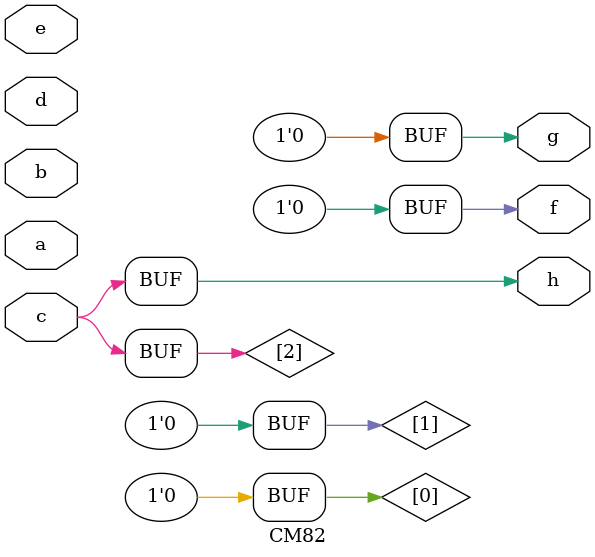
<source format=v>
/* Generated by Yosys 0.9 (git sha1 1979e0b1, gcc 8.3.0-6 -fPIC -Os) */

(* src = "LGSynth91/cm82a_orig.v:2" *)
(* top =  1  *)
module CM82(a, b, c, d, e, f, g, h);
  (* src = "LGSynth91/cm82a_orig.v:13" *)
  wire \[0] ;
  (* src = "LGSynth91/cm82a_orig.v:13" *)
  wire \[1] ;
  (* src = "LGSynth91/cm82a_orig.v:13" *)
  wire \[2] ;
  (* src = "LGSynth91/cm82a_orig.v:3" *)
  input a;
  (* src = "LGSynth91/cm82a_orig.v:3" *)
  input b;
  (* src = "LGSynth91/cm82a_orig.v:3" *)
  input c;
  (* src = "LGSynth91/cm82a_orig.v:3" *)
  input d;
  (* src = "LGSynth91/cm82a_orig.v:3" *)
  input e;
  (* src = "LGSynth91/cm82a_orig.v:9" *)
  output f;
  (* src = "LGSynth91/cm82a_orig.v:9" *)
  output g;
  (* src = "LGSynth91/cm82a_orig.v:9" *)
  output h;
  assign \[0]  = 1'h0;
  assign \[1]  = 1'h0;
  assign \[2]  = c;
  assign f = 1'h0;
  assign g = 1'h0;
  assign h = c;
endmodule

</source>
